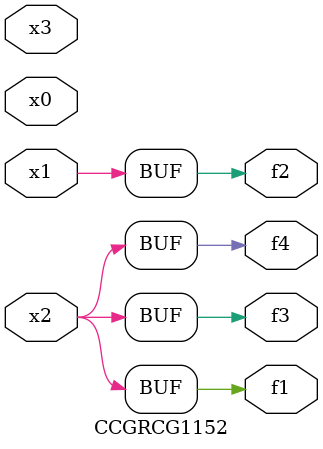
<source format=v>
module CCGRCG1152(
	input x0, x1, x2, x3,
	output f1, f2, f3, f4
);
	assign f1 = x2;
	assign f2 = x1;
	assign f3 = x2;
	assign f4 = x2;
endmodule

</source>
